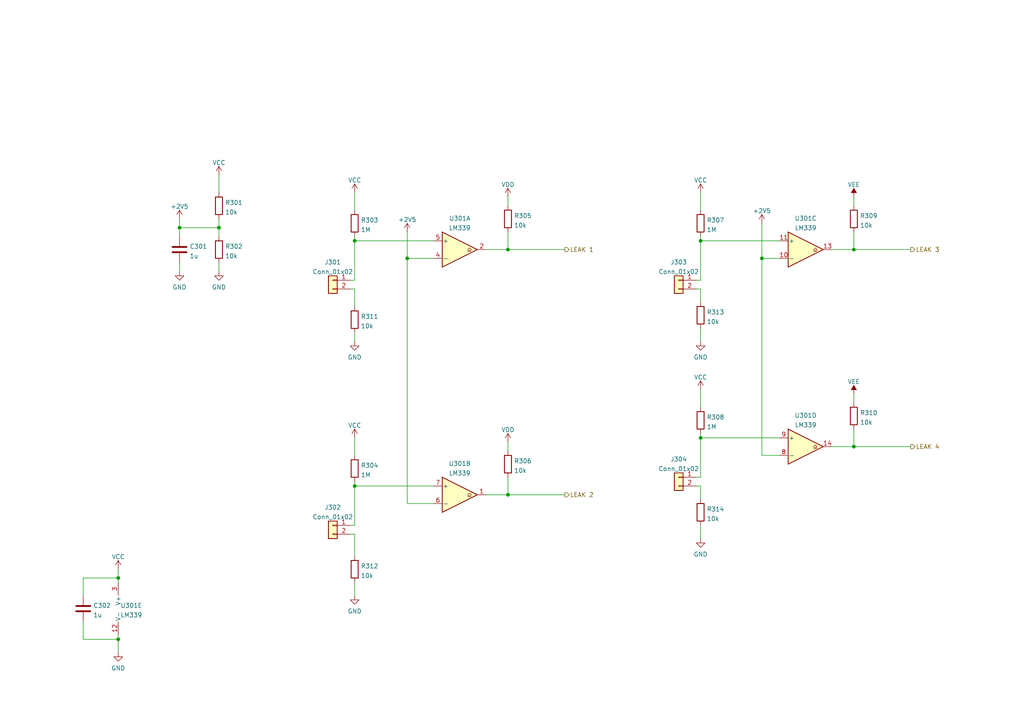
<source format=kicad_sch>
(kicad_sch (version 20211123) (generator eeschema)

  (uuid 641a492f-11a7-4202-80bf-b4dc482ddcc9)

  (paper "A4")

  (lib_symbols
    (symbol "Comparator:LM339" (pin_names (offset 0.127)) (in_bom yes) (on_board yes)
      (property "Reference" "U" (id 0) (at 0 5.08 0)
        (effects (font (size 1.27 1.27)) (justify left))
      )
      (property "Value" "LM339" (id 1) (at 0 -5.08 0)
        (effects (font (size 1.27 1.27)) (justify left))
      )
      (property "Footprint" "" (id 2) (at -1.27 2.54 0)
        (effects (font (size 1.27 1.27)) hide)
      )
      (property "Datasheet" "https://www.st.com/resource/en/datasheet/lm139.pdf" (id 3) (at 1.27 5.08 0)
        (effects (font (size 1.27 1.27)) hide)
      )
      (property "ki_locked" "" (id 4) (at 0 0 0)
        (effects (font (size 1.27 1.27)))
      )
      (property "ki_keywords" "cmp open collector" (id 5) (at 0 0 0)
        (effects (font (size 1.27 1.27)) hide)
      )
      (property "ki_description" "Quad Differential Comparators, SOIC-14/TSSOP-14" (id 6) (at 0 0 0)
        (effects (font (size 1.27 1.27)) hide)
      )
      (property "ki_fp_filters" "SOIC*3.9x8.7mm*P1.27mm* TSSOP*4.4x5mm*P0.65mm*" (id 7) (at 0 0 0)
        (effects (font (size 1.27 1.27)) hide)
      )
      (symbol "LM339_1_1"
        (polyline
          (pts
            (xy -5.08 5.08)
            (xy 5.08 0)
            (xy -5.08 -5.08)
            (xy -5.08 5.08)
          )
          (stroke (width 0.254) (type default) (color 0 0 0 0))
          (fill (type background))
        )
        (polyline
          (pts
            (xy 3.302 -0.508)
            (xy 2.794 -0.508)
            (xy 3.302 0)
            (xy 2.794 0.508)
            (xy 2.286 0)
            (xy 2.794 -0.508)
            (xy 2.286 -0.508)
          )
          (stroke (width 0.127) (type default) (color 0 0 0 0))
          (fill (type none))
        )
        (pin open_collector line (at 7.62 0 180) (length 2.54)
          (name "~" (effects (font (size 1.27 1.27))))
          (number "2" (effects (font (size 1.27 1.27))))
        )
        (pin input line (at -7.62 -2.54 0) (length 2.54)
          (name "-" (effects (font (size 1.27 1.27))))
          (number "4" (effects (font (size 1.27 1.27))))
        )
        (pin input line (at -7.62 2.54 0) (length 2.54)
          (name "+" (effects (font (size 1.27 1.27))))
          (number "5" (effects (font (size 1.27 1.27))))
        )
      )
      (symbol "LM339_2_1"
        (polyline
          (pts
            (xy -5.08 5.08)
            (xy 5.08 0)
            (xy -5.08 -5.08)
            (xy -5.08 5.08)
          )
          (stroke (width 0.254) (type default) (color 0 0 0 0))
          (fill (type background))
        )
        (polyline
          (pts
            (xy 3.302 -0.508)
            (xy 2.794 -0.508)
            (xy 3.302 0)
            (xy 2.794 0.508)
            (xy 2.286 0)
            (xy 2.794 -0.508)
            (xy 2.286 -0.508)
          )
          (stroke (width 0.127) (type default) (color 0 0 0 0))
          (fill (type none))
        )
        (pin open_collector line (at 7.62 0 180) (length 2.54)
          (name "~" (effects (font (size 1.27 1.27))))
          (number "1" (effects (font (size 1.27 1.27))))
        )
        (pin input line (at -7.62 -2.54 0) (length 2.54)
          (name "-" (effects (font (size 1.27 1.27))))
          (number "6" (effects (font (size 1.27 1.27))))
        )
        (pin input line (at -7.62 2.54 0) (length 2.54)
          (name "+" (effects (font (size 1.27 1.27))))
          (number "7" (effects (font (size 1.27 1.27))))
        )
      )
      (symbol "LM339_3_1"
        (polyline
          (pts
            (xy -5.08 5.08)
            (xy 5.08 0)
            (xy -5.08 -5.08)
            (xy -5.08 5.08)
          )
          (stroke (width 0.254) (type default) (color 0 0 0 0))
          (fill (type background))
        )
        (polyline
          (pts
            (xy 3.302 -0.508)
            (xy 2.794 -0.508)
            (xy 3.302 0)
            (xy 2.794 0.508)
            (xy 2.286 0)
            (xy 2.794 -0.508)
            (xy 2.286 -0.508)
          )
          (stroke (width 0.127) (type default) (color 0 0 0 0))
          (fill (type none))
        )
        (pin input line (at -7.62 -2.54 0) (length 2.54)
          (name "-" (effects (font (size 1.27 1.27))))
          (number "10" (effects (font (size 1.27 1.27))))
        )
        (pin input line (at -7.62 2.54 0) (length 2.54)
          (name "+" (effects (font (size 1.27 1.27))))
          (number "11" (effects (font (size 1.27 1.27))))
        )
        (pin open_collector line (at 7.62 0 180) (length 2.54)
          (name "~" (effects (font (size 1.27 1.27))))
          (number "13" (effects (font (size 1.27 1.27))))
        )
      )
      (symbol "LM339_4_1"
        (polyline
          (pts
            (xy -5.08 5.08)
            (xy 5.08 0)
            (xy -5.08 -5.08)
            (xy -5.08 5.08)
          )
          (stroke (width 0.254) (type default) (color 0 0 0 0))
          (fill (type background))
        )
        (polyline
          (pts
            (xy 3.302 -0.508)
            (xy 2.794 -0.508)
            (xy 3.302 0)
            (xy 2.794 0.508)
            (xy 2.286 0)
            (xy 2.794 -0.508)
            (xy 2.286 -0.508)
          )
          (stroke (width 0.127) (type default) (color 0 0 0 0))
          (fill (type none))
        )
        (pin open_collector line (at 7.62 0 180) (length 2.54)
          (name "~" (effects (font (size 1.27 1.27))))
          (number "14" (effects (font (size 1.27 1.27))))
        )
        (pin input line (at -7.62 -2.54 0) (length 2.54)
          (name "-" (effects (font (size 1.27 1.27))))
          (number "8" (effects (font (size 1.27 1.27))))
        )
        (pin input line (at -7.62 2.54 0) (length 2.54)
          (name "+" (effects (font (size 1.27 1.27))))
          (number "9" (effects (font (size 1.27 1.27))))
        )
      )
      (symbol "LM339_5_1"
        (pin power_in line (at -2.54 -7.62 90) (length 3.81)
          (name "V-" (effects (font (size 1.27 1.27))))
          (number "12" (effects (font (size 1.27 1.27))))
        )
        (pin power_in line (at -2.54 7.62 270) (length 3.81)
          (name "V+" (effects (font (size 1.27 1.27))))
          (number "3" (effects (font (size 1.27 1.27))))
        )
      )
    )
    (symbol "Connector_Generic:Conn_01x02" (pin_names (offset 1.016) hide) (in_bom yes) (on_board yes)
      (property "Reference" "J" (id 0) (at 0 2.54 0)
        (effects (font (size 1.27 1.27)))
      )
      (property "Value" "Conn_01x02" (id 1) (at 0 -5.08 0)
        (effects (font (size 1.27 1.27)))
      )
      (property "Footprint" "" (id 2) (at 0 0 0)
        (effects (font (size 1.27 1.27)) hide)
      )
      (property "Datasheet" "~" (id 3) (at 0 0 0)
        (effects (font (size 1.27 1.27)) hide)
      )
      (property "ki_keywords" "connector" (id 4) (at 0 0 0)
        (effects (font (size 1.27 1.27)) hide)
      )
      (property "ki_description" "Generic connector, single row, 01x02, script generated (kicad-library-utils/schlib/autogen/connector/)" (id 5) (at 0 0 0)
        (effects (font (size 1.27 1.27)) hide)
      )
      (property "ki_fp_filters" "Connector*:*_1x??_*" (id 6) (at 0 0 0)
        (effects (font (size 1.27 1.27)) hide)
      )
      (symbol "Conn_01x02_1_1"
        (rectangle (start -1.27 -2.413) (end 0 -2.667)
          (stroke (width 0.1524) (type default) (color 0 0 0 0))
          (fill (type none))
        )
        (rectangle (start -1.27 0.127) (end 0 -0.127)
          (stroke (width 0.1524) (type default) (color 0 0 0 0))
          (fill (type none))
        )
        (rectangle (start -1.27 1.27) (end 1.27 -3.81)
          (stroke (width 0.254) (type default) (color 0 0 0 0))
          (fill (type background))
        )
        (pin passive line (at -5.08 0 0) (length 3.81)
          (name "Pin_1" (effects (font (size 1.27 1.27))))
          (number "1" (effects (font (size 1.27 1.27))))
        )
        (pin passive line (at -5.08 -2.54 0) (length 3.81)
          (name "Pin_2" (effects (font (size 1.27 1.27))))
          (number "2" (effects (font (size 1.27 1.27))))
        )
      )
    )
    (symbol "Device:C" (pin_numbers hide) (pin_names (offset 0.254)) (in_bom yes) (on_board yes)
      (property "Reference" "C" (id 0) (at 0.635 2.54 0)
        (effects (font (size 1.27 1.27)) (justify left))
      )
      (property "Value" "C" (id 1) (at 0.635 -2.54 0)
        (effects (font (size 1.27 1.27)) (justify left))
      )
      (property "Footprint" "" (id 2) (at 0.9652 -3.81 0)
        (effects (font (size 1.27 1.27)) hide)
      )
      (property "Datasheet" "~" (id 3) (at 0 0 0)
        (effects (font (size 1.27 1.27)) hide)
      )
      (property "ki_keywords" "cap capacitor" (id 4) (at 0 0 0)
        (effects (font (size 1.27 1.27)) hide)
      )
      (property "ki_description" "Unpolarized capacitor" (id 5) (at 0 0 0)
        (effects (font (size 1.27 1.27)) hide)
      )
      (property "ki_fp_filters" "C_*" (id 6) (at 0 0 0)
        (effects (font (size 1.27 1.27)) hide)
      )
      (symbol "C_0_1"
        (polyline
          (pts
            (xy -2.032 -0.762)
            (xy 2.032 -0.762)
          )
          (stroke (width 0.508) (type default) (color 0 0 0 0))
          (fill (type none))
        )
        (polyline
          (pts
            (xy -2.032 0.762)
            (xy 2.032 0.762)
          )
          (stroke (width 0.508) (type default) (color 0 0 0 0))
          (fill (type none))
        )
      )
      (symbol "C_1_1"
        (pin passive line (at 0 3.81 270) (length 2.794)
          (name "~" (effects (font (size 1.27 1.27))))
          (number "1" (effects (font (size 1.27 1.27))))
        )
        (pin passive line (at 0 -3.81 90) (length 2.794)
          (name "~" (effects (font (size 1.27 1.27))))
          (number "2" (effects (font (size 1.27 1.27))))
        )
      )
    )
    (symbol "Device:R" (pin_numbers hide) (pin_names (offset 0)) (in_bom yes) (on_board yes)
      (property "Reference" "R" (id 0) (at 2.032 0 90)
        (effects (font (size 1.27 1.27)))
      )
      (property "Value" "R" (id 1) (at 0 0 90)
        (effects (font (size 1.27 1.27)))
      )
      (property "Footprint" "" (id 2) (at -1.778 0 90)
        (effects (font (size 1.27 1.27)) hide)
      )
      (property "Datasheet" "~" (id 3) (at 0 0 0)
        (effects (font (size 1.27 1.27)) hide)
      )
      (property "ki_keywords" "R res resistor" (id 4) (at 0 0 0)
        (effects (font (size 1.27 1.27)) hide)
      )
      (property "ki_description" "Resistor" (id 5) (at 0 0 0)
        (effects (font (size 1.27 1.27)) hide)
      )
      (property "ki_fp_filters" "R_*" (id 6) (at 0 0 0)
        (effects (font (size 1.27 1.27)) hide)
      )
      (symbol "R_0_1"
        (rectangle (start -1.016 -2.54) (end 1.016 2.54)
          (stroke (width 0.254) (type default) (color 0 0 0 0))
          (fill (type none))
        )
      )
      (symbol "R_1_1"
        (pin passive line (at 0 3.81 270) (length 1.27)
          (name "~" (effects (font (size 1.27 1.27))))
          (number "1" (effects (font (size 1.27 1.27))))
        )
        (pin passive line (at 0 -3.81 90) (length 1.27)
          (name "~" (effects (font (size 1.27 1.27))))
          (number "2" (effects (font (size 1.27 1.27))))
        )
      )
    )
    (symbol "power:+2V5" (power) (pin_names (offset 0)) (in_bom yes) (on_board yes)
      (property "Reference" "#PWR" (id 0) (at 0 -3.81 0)
        (effects (font (size 1.27 1.27)) hide)
      )
      (property "Value" "+2V5" (id 1) (at 0 3.556 0)
        (effects (font (size 1.27 1.27)))
      )
      (property "Footprint" "" (id 2) (at 0 0 0)
        (effects (font (size 1.27 1.27)) hide)
      )
      (property "Datasheet" "" (id 3) (at 0 0 0)
        (effects (font (size 1.27 1.27)) hide)
      )
      (property "ki_keywords" "power-flag" (id 4) (at 0 0 0)
        (effects (font (size 1.27 1.27)) hide)
      )
      (property "ki_description" "Power symbol creates a global label with name \"+2V5\"" (id 5) (at 0 0 0)
        (effects (font (size 1.27 1.27)) hide)
      )
      (symbol "+2V5_0_1"
        (polyline
          (pts
            (xy -0.762 1.27)
            (xy 0 2.54)
          )
          (stroke (width 0) (type default) (color 0 0 0 0))
          (fill (type none))
        )
        (polyline
          (pts
            (xy 0 0)
            (xy 0 2.54)
          )
          (stroke (width 0) (type default) (color 0 0 0 0))
          (fill (type none))
        )
        (polyline
          (pts
            (xy 0 2.54)
            (xy 0.762 1.27)
          )
          (stroke (width 0) (type default) (color 0 0 0 0))
          (fill (type none))
        )
      )
      (symbol "+2V5_1_1"
        (pin power_in line (at 0 0 90) (length 0) hide
          (name "+2V5" (effects (font (size 1.27 1.27))))
          (number "1" (effects (font (size 1.27 1.27))))
        )
      )
    )
    (symbol "power:GND" (power) (pin_names (offset 0)) (in_bom yes) (on_board yes)
      (property "Reference" "#PWR" (id 0) (at 0 -6.35 0)
        (effects (font (size 1.27 1.27)) hide)
      )
      (property "Value" "GND" (id 1) (at 0 -3.81 0)
        (effects (font (size 1.27 1.27)))
      )
      (property "Footprint" "" (id 2) (at 0 0 0)
        (effects (font (size 1.27 1.27)) hide)
      )
      (property "Datasheet" "" (id 3) (at 0 0 0)
        (effects (font (size 1.27 1.27)) hide)
      )
      (property "ki_keywords" "power-flag" (id 4) (at 0 0 0)
        (effects (font (size 1.27 1.27)) hide)
      )
      (property "ki_description" "Power symbol creates a global label with name \"GND\" , ground" (id 5) (at 0 0 0)
        (effects (font (size 1.27 1.27)) hide)
      )
      (symbol "GND_0_1"
        (polyline
          (pts
            (xy 0 0)
            (xy 0 -1.27)
            (xy 1.27 -1.27)
            (xy 0 -2.54)
            (xy -1.27 -1.27)
            (xy 0 -1.27)
          )
          (stroke (width 0) (type default) (color 0 0 0 0))
          (fill (type none))
        )
      )
      (symbol "GND_1_1"
        (pin power_in line (at 0 0 270) (length 0) hide
          (name "GND" (effects (font (size 1.27 1.27))))
          (number "1" (effects (font (size 1.27 1.27))))
        )
      )
    )
    (symbol "power:VCC" (power) (pin_names (offset 0)) (in_bom yes) (on_board yes)
      (property "Reference" "#PWR" (id 0) (at 0 -3.81 0)
        (effects (font (size 1.27 1.27)) hide)
      )
      (property "Value" "VCC" (id 1) (at 0 3.81 0)
        (effects (font (size 1.27 1.27)))
      )
      (property "Footprint" "" (id 2) (at 0 0 0)
        (effects (font (size 1.27 1.27)) hide)
      )
      (property "Datasheet" "" (id 3) (at 0 0 0)
        (effects (font (size 1.27 1.27)) hide)
      )
      (property "ki_keywords" "power-flag" (id 4) (at 0 0 0)
        (effects (font (size 1.27 1.27)) hide)
      )
      (property "ki_description" "Power symbol creates a global label with name \"VCC\"" (id 5) (at 0 0 0)
        (effects (font (size 1.27 1.27)) hide)
      )
      (symbol "VCC_0_1"
        (polyline
          (pts
            (xy -0.762 1.27)
            (xy 0 2.54)
          )
          (stroke (width 0) (type default) (color 0 0 0 0))
          (fill (type none))
        )
        (polyline
          (pts
            (xy 0 0)
            (xy 0 2.54)
          )
          (stroke (width 0) (type default) (color 0 0 0 0))
          (fill (type none))
        )
        (polyline
          (pts
            (xy 0 2.54)
            (xy 0.762 1.27)
          )
          (stroke (width 0) (type default) (color 0 0 0 0))
          (fill (type none))
        )
      )
      (symbol "VCC_1_1"
        (pin power_in line (at 0 0 90) (length 0) hide
          (name "VCC" (effects (font (size 1.27 1.27))))
          (number "1" (effects (font (size 1.27 1.27))))
        )
      )
    )
    (symbol "power:VDD" (power) (pin_names (offset 0)) (in_bom yes) (on_board yes)
      (property "Reference" "#PWR" (id 0) (at 0 -3.81 0)
        (effects (font (size 1.27 1.27)) hide)
      )
      (property "Value" "VDD" (id 1) (at 0 3.81 0)
        (effects (font (size 1.27 1.27)))
      )
      (property "Footprint" "" (id 2) (at 0 0 0)
        (effects (font (size 1.27 1.27)) hide)
      )
      (property "Datasheet" "" (id 3) (at 0 0 0)
        (effects (font (size 1.27 1.27)) hide)
      )
      (property "ki_keywords" "power-flag" (id 4) (at 0 0 0)
        (effects (font (size 1.27 1.27)) hide)
      )
      (property "ki_description" "Power symbol creates a global label with name \"VDD\"" (id 5) (at 0 0 0)
        (effects (font (size 1.27 1.27)) hide)
      )
      (symbol "VDD_0_1"
        (polyline
          (pts
            (xy -0.762 1.27)
            (xy 0 2.54)
          )
          (stroke (width 0) (type default) (color 0 0 0 0))
          (fill (type none))
        )
        (polyline
          (pts
            (xy 0 0)
            (xy 0 2.54)
          )
          (stroke (width 0) (type default) (color 0 0 0 0))
          (fill (type none))
        )
        (polyline
          (pts
            (xy 0 2.54)
            (xy 0.762 1.27)
          )
          (stroke (width 0) (type default) (color 0 0 0 0))
          (fill (type none))
        )
      )
      (symbol "VDD_1_1"
        (pin power_in line (at 0 0 90) (length 0) hide
          (name "VDD" (effects (font (size 1.27 1.27))))
          (number "1" (effects (font (size 1.27 1.27))))
        )
      )
    )
    (symbol "power:VEE" (power) (pin_names (offset 0)) (in_bom yes) (on_board yes)
      (property "Reference" "#PWR" (id 0) (at 0 -3.81 0)
        (effects (font (size 1.27 1.27)) hide)
      )
      (property "Value" "VEE" (id 1) (at 0 3.81 0)
        (effects (font (size 1.27 1.27)))
      )
      (property "Footprint" "" (id 2) (at 0 0 0)
        (effects (font (size 1.27 1.27)) hide)
      )
      (property "Datasheet" "" (id 3) (at 0 0 0)
        (effects (font (size 1.27 1.27)) hide)
      )
      (property "ki_keywords" "power-flag" (id 4) (at 0 0 0)
        (effects (font (size 1.27 1.27)) hide)
      )
      (property "ki_description" "Power symbol creates a global label with name \"VEE\"" (id 5) (at 0 0 0)
        (effects (font (size 1.27 1.27)) hide)
      )
      (symbol "VEE_0_1"
        (polyline
          (pts
            (xy 0 0)
            (xy 0 2.54)
          )
          (stroke (width 0) (type default) (color 0 0 0 0))
          (fill (type none))
        )
        (polyline
          (pts
            (xy 0.762 1.27)
            (xy -0.762 1.27)
            (xy 0 2.54)
            (xy 0.762 1.27)
          )
          (stroke (width 0) (type default) (color 0 0 0 0))
          (fill (type outline))
        )
      )
      (symbol "VEE_1_1"
        (pin power_in line (at 0 0 90) (length 0) hide
          (name "VEE" (effects (font (size 1.27 1.27))))
          (number "1" (effects (font (size 1.27 1.27))))
        )
      )
    )
  )

  (junction (at 102.87 69.85) (diameter 0) (color 0 0 0 0)
    (uuid 1ac9102d-9b19-469f-a56a-99b592ecb843)
  )
  (junction (at 34.29 167.64) (diameter 0) (color 0 0 0 0)
    (uuid 1bc3931b-bd39-4278-896b-cfb5f3f40a02)
  )
  (junction (at 118.11 74.93) (diameter 0) (color 0 0 0 0)
    (uuid 215ab3fb-97ab-4140-a96b-9309d611921e)
  )
  (junction (at 102.87 140.97) (diameter 0) (color 0 0 0 0)
    (uuid 6105a736-ef32-44de-b0b0-5909b7a241b8)
  )
  (junction (at 147.32 72.39) (diameter 0) (color 0 0 0 0)
    (uuid 61d9db0b-3860-4611-a653-2616ef475bce)
  )
  (junction (at 52.07 66.04) (diameter 0) (color 0 0 0 0)
    (uuid 695d39fa-e01a-4b86-83eb-ada5f132b21a)
  )
  (junction (at 147.32 143.51) (diameter 0) (color 0 0 0 0)
    (uuid 70e766bc-6975-4f65-b199-399007cf688f)
  )
  (junction (at 220.98 74.93) (diameter 0) (color 0 0 0 0)
    (uuid 75442366-ee99-47d8-b985-4bc88ffd1ff0)
  )
  (junction (at 247.65 129.54) (diameter 0) (color 0 0 0 0)
    (uuid 87fc022f-f192-4453-94b2-e638442fa87e)
  )
  (junction (at 247.65 72.39) (diameter 0) (color 0 0 0 0)
    (uuid a39c9d1d-4a1e-49e0-b1f2-3ae28a74ad61)
  )
  (junction (at 34.29 185.42) (diameter 0) (color 0 0 0 0)
    (uuid acd9e0e1-5987-46a4-8a40-d6317a48aa6a)
  )
  (junction (at 63.5 66.04) (diameter 0) (color 0 0 0 0)
    (uuid b07993b5-68b1-44a9-ac4c-151e46f54713)
  )
  (junction (at 203.2 127) (diameter 0) (color 0 0 0 0)
    (uuid c9fa9b28-c216-40a9-968b-14c2eb18451f)
  )
  (junction (at 203.2 69.85) (diameter 0) (color 0 0 0 0)
    (uuid feeb49bb-bf80-48c3-bc0a-5e2a6a6cf3a7)
  )

  (wire (pts (xy 147.32 57.15) (xy 147.32 59.69))
    (stroke (width 0) (type default) (color 0 0 0 0))
    (uuid 03013d7c-5490-44d6-a115-e2a2944db704)
  )
  (wire (pts (xy 101.6 154.94) (xy 102.87 154.94))
    (stroke (width 0) (type default) (color 0 0 0 0))
    (uuid 0469a876-bd41-481d-8403-8cbde9a7cbe4)
  )
  (wire (pts (xy 52.07 66.04) (xy 52.07 68.58))
    (stroke (width 0) (type default) (color 0 0 0 0))
    (uuid 06e3b8af-bc0b-46aa-a6f1-6c9c91544d30)
  )
  (wire (pts (xy 102.87 55.88) (xy 102.87 60.96))
    (stroke (width 0) (type default) (color 0 0 0 0))
    (uuid 0b583d69-5bf7-4c2f-afae-12c2b8b39dfa)
  )
  (wire (pts (xy 247.65 114.3) (xy 247.65 116.84))
    (stroke (width 0) (type default) (color 0 0 0 0))
    (uuid 0e707183-c2e9-479c-9677-bd3204fb403d)
  )
  (wire (pts (xy 226.06 69.85) (xy 203.2 69.85))
    (stroke (width 0) (type default) (color 0 0 0 0))
    (uuid 0ebd9c0f-86f0-4253-950c-df605ef975dd)
  )
  (wire (pts (xy 63.5 76.2) (xy 63.5 78.74))
    (stroke (width 0) (type default) (color 0 0 0 0))
    (uuid 1741a73b-cad3-4dcc-85f4-e54c890a7fa7)
  )
  (wire (pts (xy 52.07 63.5) (xy 52.07 66.04))
    (stroke (width 0) (type default) (color 0 0 0 0))
    (uuid 1a8e4a6e-8a93-4c3e-a23a-52d138819a75)
  )
  (wire (pts (xy 34.29 165.1) (xy 34.29 167.64))
    (stroke (width 0) (type default) (color 0 0 0 0))
    (uuid 1b03977b-b287-49f3-8470-2674d4ff1e73)
  )
  (wire (pts (xy 203.2 140.97) (xy 203.2 144.78))
    (stroke (width 0) (type default) (color 0 0 0 0))
    (uuid 1f0f5aee-962d-4e7c-838f-9e7aba5b00bb)
  )
  (wire (pts (xy 201.93 83.82) (xy 203.2 83.82))
    (stroke (width 0) (type default) (color 0 0 0 0))
    (uuid 211983da-5c03-4e4c-a988-c7261adc090c)
  )
  (wire (pts (xy 125.73 74.93) (xy 118.11 74.93))
    (stroke (width 0) (type default) (color 0 0 0 0))
    (uuid 22697027-7aef-41c9-8144-5d9106172278)
  )
  (wire (pts (xy 247.65 72.39) (xy 264.16 72.39))
    (stroke (width 0) (type default) (color 0 0 0 0))
    (uuid 29e2f69c-f85e-4e82-b061-bf28ed30bc05)
  )
  (wire (pts (xy 203.2 95.25) (xy 203.2 99.06))
    (stroke (width 0) (type default) (color 0 0 0 0))
    (uuid 33e5fe7d-7ff2-46bb-b50d-54b926e3eea3)
  )
  (wire (pts (xy 147.32 143.51) (xy 163.83 143.51))
    (stroke (width 0) (type default) (color 0 0 0 0))
    (uuid 3423f0fe-af62-4d91-9148-bb30d2f06a75)
  )
  (wire (pts (xy 247.65 57.15) (xy 247.65 59.69))
    (stroke (width 0) (type default) (color 0 0 0 0))
    (uuid 354cc8de-b09f-4d84-93a4-6bfc45477a1d)
  )
  (wire (pts (xy 147.32 128.27) (xy 147.32 130.81))
    (stroke (width 0) (type default) (color 0 0 0 0))
    (uuid 38c28ad4-636c-40b1-be0b-f16a9b3210cf)
  )
  (wire (pts (xy 241.3 129.54) (xy 247.65 129.54))
    (stroke (width 0) (type default) (color 0 0 0 0))
    (uuid 3fa0d243-100b-4a43-b9a1-68bb6d2f7285)
  )
  (wire (pts (xy 226.06 127) (xy 203.2 127))
    (stroke (width 0) (type default) (color 0 0 0 0))
    (uuid 402ef848-f09f-426d-8703-5c85affc0e51)
  )
  (wire (pts (xy 203.2 83.82) (xy 203.2 87.63))
    (stroke (width 0) (type default) (color 0 0 0 0))
    (uuid 45af5322-7ed9-4701-a042-76687c07e195)
  )
  (wire (pts (xy 203.2 152.4) (xy 203.2 156.21))
    (stroke (width 0) (type default) (color 0 0 0 0))
    (uuid 49470889-9d0a-46b3-9b7e-8cdd6053918d)
  )
  (wire (pts (xy 52.07 66.04) (xy 63.5 66.04))
    (stroke (width 0) (type default) (color 0 0 0 0))
    (uuid 4d28f135-bfbc-4246-b629-a1df91eba2d0)
  )
  (wire (pts (xy 125.73 69.85) (xy 102.87 69.85))
    (stroke (width 0) (type default) (color 0 0 0 0))
    (uuid 4fbd5ed0-353f-4dee-94f0-30d32d24f536)
  )
  (wire (pts (xy 63.5 50.8) (xy 63.5 55.88))
    (stroke (width 0) (type default) (color 0 0 0 0))
    (uuid 50e765da-2eee-4728-834b-9a0b4e667a63)
  )
  (wire (pts (xy 220.98 74.93) (xy 220.98 132.08))
    (stroke (width 0) (type default) (color 0 0 0 0))
    (uuid 547f6078-b235-4bff-9ff0-d600f77e539b)
  )
  (wire (pts (xy 220.98 64.77) (xy 220.98 74.93))
    (stroke (width 0) (type default) (color 0 0 0 0))
    (uuid 58604e89-836b-47ab-a2d4-27875b275a4f)
  )
  (wire (pts (xy 63.5 63.5) (xy 63.5 66.04))
    (stroke (width 0) (type default) (color 0 0 0 0))
    (uuid 62a0f226-1970-4039-a0c2-cbf06b9dc390)
  )
  (wire (pts (xy 102.87 168.91) (xy 102.87 172.72))
    (stroke (width 0) (type default) (color 0 0 0 0))
    (uuid 63096d75-6860-4e3b-915e-047f9d12b654)
  )
  (wire (pts (xy 34.29 184.15) (xy 34.29 185.42))
    (stroke (width 0) (type default) (color 0 0 0 0))
    (uuid 6593788e-673f-48a4-9ba9-ff7c917904b1)
  )
  (wire (pts (xy 24.13 172.72) (xy 24.13 167.64))
    (stroke (width 0) (type default) (color 0 0 0 0))
    (uuid 6b570a93-b490-4239-9c18-ad48e4fc6eaa)
  )
  (wire (pts (xy 220.98 74.93) (xy 226.06 74.93))
    (stroke (width 0) (type default) (color 0 0 0 0))
    (uuid 7166a756-2c76-484e-a336-bfe9564080c0)
  )
  (wire (pts (xy 147.32 72.39) (xy 163.83 72.39))
    (stroke (width 0) (type default) (color 0 0 0 0))
    (uuid 724ba385-43d3-41ad-99aa-2639f276a49f)
  )
  (wire (pts (xy 241.3 72.39) (xy 247.65 72.39))
    (stroke (width 0) (type default) (color 0 0 0 0))
    (uuid 74e83489-7d69-4426-821b-8e6f59b474ce)
  )
  (wire (pts (xy 203.2 127) (xy 203.2 138.43))
    (stroke (width 0) (type default) (color 0 0 0 0))
    (uuid 7790a7f6-eab8-4c72-9b9c-c5a10105e2fd)
  )
  (wire (pts (xy 52.07 76.2) (xy 52.07 78.74))
    (stroke (width 0) (type default) (color 0 0 0 0))
    (uuid 79bd237f-7e75-4a64-84de-039d2c88e408)
  )
  (wire (pts (xy 24.13 180.34) (xy 24.13 185.42))
    (stroke (width 0) (type default) (color 0 0 0 0))
    (uuid 7ad6aad6-c5f3-4ae9-9c7b-7da683a9a342)
  )
  (wire (pts (xy 101.6 152.4) (xy 102.87 152.4))
    (stroke (width 0) (type default) (color 0 0 0 0))
    (uuid 7b736cd9-2e0a-444a-9ded-0d65585091b3)
  )
  (wire (pts (xy 63.5 66.04) (xy 63.5 68.58))
    (stroke (width 0) (type default) (color 0 0 0 0))
    (uuid 7c1a888f-f0af-4b8e-8a9b-80f94b33e2e2)
  )
  (wire (pts (xy 102.87 139.7) (xy 102.87 140.97))
    (stroke (width 0) (type default) (color 0 0 0 0))
    (uuid 8334e86c-d061-4ec2-875d-996a471c4531)
  )
  (wire (pts (xy 101.6 83.82) (xy 102.87 83.82))
    (stroke (width 0) (type default) (color 0 0 0 0))
    (uuid 851cfb43-c4ce-4e71-bf0f-3851fce76472)
  )
  (wire (pts (xy 247.65 72.39) (xy 247.65 67.31))
    (stroke (width 0) (type default) (color 0 0 0 0))
    (uuid 940525d1-1fd3-4b16-9b47-b721a4790897)
  )
  (wire (pts (xy 102.87 69.85) (xy 102.87 81.28))
    (stroke (width 0) (type default) (color 0 0 0 0))
    (uuid 9ef860c0-0d41-4787-9b82-347f1d6e4ce7)
  )
  (wire (pts (xy 125.73 146.05) (xy 118.11 146.05))
    (stroke (width 0) (type default) (color 0 0 0 0))
    (uuid a7f755c0-714e-4068-9bf8-9840ddcca1a0)
  )
  (wire (pts (xy 220.98 132.08) (xy 226.06 132.08))
    (stroke (width 0) (type default) (color 0 0 0 0))
    (uuid a8f3ab26-362a-4916-abea-72e0e5a3da71)
  )
  (wire (pts (xy 102.87 154.94) (xy 102.87 161.29))
    (stroke (width 0) (type default) (color 0 0 0 0))
    (uuid addb9d06-3e79-4ee2-9fb3-2da3fc0e04a0)
  )
  (wire (pts (xy 201.93 138.43) (xy 203.2 138.43))
    (stroke (width 0) (type default) (color 0 0 0 0))
    (uuid aeb4440f-048a-46df-9864-da9ff385324f)
  )
  (wire (pts (xy 203.2 69.85) (xy 203.2 81.28))
    (stroke (width 0) (type default) (color 0 0 0 0))
    (uuid bb373990-5109-43fc-8e9f-b7fb8ebd1e11)
  )
  (wire (pts (xy 203.2 55.88) (xy 203.2 60.96))
    (stroke (width 0) (type default) (color 0 0 0 0))
    (uuid bd0941eb-4727-44b8-a9ba-8c1acf869787)
  )
  (wire (pts (xy 147.32 143.51) (xy 147.32 138.43))
    (stroke (width 0) (type default) (color 0 0 0 0))
    (uuid c181cc2a-f4c2-4899-9878-004fb1d31cdc)
  )
  (wire (pts (xy 203.2 113.03) (xy 203.2 118.11))
    (stroke (width 0) (type default) (color 0 0 0 0))
    (uuid c4043bc2-560d-4b2b-a700-6fbd958d1ddc)
  )
  (wire (pts (xy 102.87 140.97) (xy 102.87 152.4))
    (stroke (width 0) (type default) (color 0 0 0 0))
    (uuid c66d79a7-2518-4c64-a56f-bfac19712137)
  )
  (wire (pts (xy 34.29 185.42) (xy 34.29 189.23))
    (stroke (width 0) (type default) (color 0 0 0 0))
    (uuid cb9d1ffe-c04d-41a9-81fc-fc10acb8361a)
  )
  (wire (pts (xy 118.11 74.93) (xy 118.11 67.31))
    (stroke (width 0) (type default) (color 0 0 0 0))
    (uuid cb9e99f7-49c0-4822-912b-fff9a482c8e4)
  )
  (wire (pts (xy 247.65 129.54) (xy 264.16 129.54))
    (stroke (width 0) (type default) (color 0 0 0 0))
    (uuid ce810020-7174-4441-909e-9bda99559789)
  )
  (wire (pts (xy 203.2 127) (xy 203.2 125.73))
    (stroke (width 0) (type default) (color 0 0 0 0))
    (uuid d325eb2f-4080-4dbe-a963-a6471f446526)
  )
  (wire (pts (xy 201.93 81.28) (xy 203.2 81.28))
    (stroke (width 0) (type default) (color 0 0 0 0))
    (uuid d35af60a-2dbb-4235-8447-dccd62ac38e5)
  )
  (wire (pts (xy 118.11 74.93) (xy 118.11 146.05))
    (stroke (width 0) (type default) (color 0 0 0 0))
    (uuid d39ae776-d9c3-4dc2-a2a1-78be36dd9438)
  )
  (wire (pts (xy 24.13 167.64) (xy 34.29 167.64))
    (stroke (width 0) (type default) (color 0 0 0 0))
    (uuid d429f47d-b30e-400b-82f6-d3129e5c0f55)
  )
  (wire (pts (xy 140.97 143.51) (xy 147.32 143.51))
    (stroke (width 0) (type default) (color 0 0 0 0))
    (uuid d4f802ee-cf28-45bc-8bc0-bbc6dc12fceb)
  )
  (wire (pts (xy 102.87 69.85) (xy 102.87 68.58))
    (stroke (width 0) (type default) (color 0 0 0 0))
    (uuid db69d590-f944-4fbf-b7bb-6d2514a00b19)
  )
  (wire (pts (xy 125.73 140.97) (xy 102.87 140.97))
    (stroke (width 0) (type default) (color 0 0 0 0))
    (uuid dbaab9e1-e6b7-49fb-ad55-9440ed0cecf6)
  )
  (wire (pts (xy 140.97 72.39) (xy 147.32 72.39))
    (stroke (width 0) (type default) (color 0 0 0 0))
    (uuid dcb2ba2a-7fad-466f-9cce-4e890a6c8641)
  )
  (wire (pts (xy 247.65 129.54) (xy 247.65 124.46))
    (stroke (width 0) (type default) (color 0 0 0 0))
    (uuid de6ea41b-877b-40c6-b77d-1a41d2896a75)
  )
  (wire (pts (xy 102.87 96.52) (xy 102.87 99.06))
    (stroke (width 0) (type default) (color 0 0 0 0))
    (uuid df26df8c-0754-44d6-8352-e59aad105094)
  )
  (wire (pts (xy 203.2 69.85) (xy 203.2 68.58))
    (stroke (width 0) (type default) (color 0 0 0 0))
    (uuid e6e8b975-d146-42e2-b39d-be076ea98067)
  )
  (wire (pts (xy 101.6 81.28) (xy 102.87 81.28))
    (stroke (width 0) (type default) (color 0 0 0 0))
    (uuid e96e345e-7584-4b7d-8219-094c713e6338)
  )
  (wire (pts (xy 24.13 185.42) (xy 34.29 185.42))
    (stroke (width 0) (type default) (color 0 0 0 0))
    (uuid f32edb5f-43de-40f4-b387-a0519303d4a0)
  )
  (wire (pts (xy 147.32 72.39) (xy 147.32 67.31))
    (stroke (width 0) (type default) (color 0 0 0 0))
    (uuid f80341d8-6868-45ed-989d-4406aa40f0de)
  )
  (wire (pts (xy 34.29 167.64) (xy 34.29 168.91))
    (stroke (width 0) (type default) (color 0 0 0 0))
    (uuid fafd1ad3-25ab-478d-a831-bf4aa09d14bc)
  )
  (wire (pts (xy 102.87 127) (xy 102.87 132.08))
    (stroke (width 0) (type default) (color 0 0 0 0))
    (uuid fdc06dd5-8657-4193-83cd-7c3669f76857)
  )
  (wire (pts (xy 201.93 140.97) (xy 203.2 140.97))
    (stroke (width 0) (type default) (color 0 0 0 0))
    (uuid fed69ede-7478-4d9f-9d02-45ce79ebaf7e)
  )
  (wire (pts (xy 102.87 83.82) (xy 102.87 88.9))
    (stroke (width 0) (type default) (color 0 0 0 0))
    (uuid fff92361-c578-4903-8300-d0337064a896)
  )

  (hierarchical_label "LEAK 4" (shape output) (at 264.16 129.54 0)
    (effects (font (size 1.27 1.27)) (justify left))
    (uuid 30a6529e-331d-4a49-be35-2f3da457725d)
  )
  (hierarchical_label "LEAK 2" (shape output) (at 163.83 143.51 0)
    (effects (font (size 1.27 1.27)) (justify left))
    (uuid 5e583326-eadc-4a73-b64a-1f8b2e1c41b0)
  )
  (hierarchical_label "LEAK 1" (shape output) (at 163.83 72.39 0)
    (effects (font (size 1.27 1.27)) (justify left))
    (uuid 6fd6d036-4f2c-489e-9cbe-514ee3fd8c7d)
  )
  (hierarchical_label "LEAK 3" (shape output) (at 264.16 72.39 0)
    (effects (font (size 1.27 1.27)) (justify left))
    (uuid ea55b6a5-589c-40e3-8371-ac458af6b9bd)
  )

  (symbol (lib_id "Device:R") (at 102.87 92.71 0) (unit 1)
    (in_bom yes) (on_board yes) (fields_autoplaced)
    (uuid 0acbd858-c57d-47f8-a83f-96c9149cd485)
    (property "Reference" "R311" (id 0) (at 104.648 91.8015 0)
      (effects (font (size 1.27 1.27)) (justify left))
    )
    (property "Value" "10k" (id 1) (at 104.648 94.5766 0)
      (effects (font (size 1.27 1.27)) (justify left))
    )
    (property "Footprint" "Resistor_SMD:R_0603_1608Metric" (id 2) (at 101.092 92.71 90)
      (effects (font (size 1.27 1.27)) hide)
    )
    (property "Datasheet" "~" (id 3) (at 102.87 92.71 0)
      (effects (font (size 1.27 1.27)) hide)
    )
    (pin "1" (uuid c435715a-b7f9-43ee-9e8f-2d75639cc788))
    (pin "2" (uuid 9810bd03-97ea-4711-9249-08a7d00529d6))
  )

  (symbol (lib_id "power:GND") (at 63.5 78.74 0) (unit 1)
    (in_bom yes) (on_board yes) (fields_autoplaced)
    (uuid 0cbc1d21-48c1-4a49-ad20-854059b4dd09)
    (property "Reference" "#PWR0304" (id 0) (at 63.5 85.09 0)
      (effects (font (size 1.27 1.27)) hide)
    )
    (property "Value" "GND" (id 1) (at 63.5 83.3025 0))
    (property "Footprint" "" (id 2) (at 63.5 78.74 0)
      (effects (font (size 1.27 1.27)) hide)
    )
    (property "Datasheet" "" (id 3) (at 63.5 78.74 0)
      (effects (font (size 1.27 1.27)) hide)
    )
    (pin "1" (uuid 1f447422-168e-4679-af01-bc29f3fa2cb2))
  )

  (symbol (lib_id "Device:R") (at 247.65 120.65 0) (unit 1)
    (in_bom yes) (on_board yes) (fields_autoplaced)
    (uuid 1515cd29-c817-4f03-9949-532e38630e74)
    (property "Reference" "R310" (id 0) (at 249.428 119.7415 0)
      (effects (font (size 1.27 1.27)) (justify left))
    )
    (property "Value" "10k" (id 1) (at 249.428 122.5166 0)
      (effects (font (size 1.27 1.27)) (justify left))
    )
    (property "Footprint" "Resistor_SMD:R_0603_1608Metric" (id 2) (at 245.872 120.65 90)
      (effects (font (size 1.27 1.27)) hide)
    )
    (property "Datasheet" "~" (id 3) (at 247.65 120.65 0)
      (effects (font (size 1.27 1.27)) hide)
    )
    (pin "1" (uuid 6e202033-8038-430f-ba5e-dd3cb0590694))
    (pin "2" (uuid 5e0e604d-73c1-40d0-8412-34fc7c384789))
  )

  (symbol (lib_id "Device:R") (at 102.87 64.77 0) (unit 1)
    (in_bom yes) (on_board yes) (fields_autoplaced)
    (uuid 2a7f3f09-d937-44ba-847a-ca3b9dce60a6)
    (property "Reference" "R303" (id 0) (at 104.648 63.8615 0)
      (effects (font (size 1.27 1.27)) (justify left))
    )
    (property "Value" "1M" (id 1) (at 104.648 66.6366 0)
      (effects (font (size 1.27 1.27)) (justify left))
    )
    (property "Footprint" "Resistor_SMD:R_0603_1608Metric" (id 2) (at 101.092 64.77 90)
      (effects (font (size 1.27 1.27)) hide)
    )
    (property "Datasheet" "~" (id 3) (at 102.87 64.77 0)
      (effects (font (size 1.27 1.27)) hide)
    )
    (pin "1" (uuid e0c11606-0c6a-4776-b426-cb81852089d2))
    (pin "2" (uuid 9eb53ed4-4910-4e7e-b478-4f6d69d05050))
  )

  (symbol (lib_id "Comparator:LM339") (at 36.83 176.53 0) (unit 5)
    (in_bom yes) (on_board yes) (fields_autoplaced)
    (uuid 313b6e5c-a7d9-4eb7-a359-f104711c5b2d)
    (property "Reference" "U301" (id 0) (at 34.925 175.6215 0)
      (effects (font (size 1.27 1.27)) (justify left))
    )
    (property "Value" "LM339" (id 1) (at 34.925 178.3966 0)
      (effects (font (size 1.27 1.27)) (justify left))
    )
    (property "Footprint" "Package_SO:SOIC-14_3.9x8.7mm_P1.27mm" (id 2) (at 35.56 173.99 0)
      (effects (font (size 1.27 1.27)) hide)
    )
    (property "Datasheet" "https://www.st.com/resource/en/datasheet/lm139.pdf" (id 3) (at 38.1 171.45 0)
      (effects (font (size 1.27 1.27)) hide)
    )
    (pin "12" (uuid 343cdc23-9403-47f5-851d-6548afb83c56))
    (pin "3" (uuid b18f024a-becf-4c75-a446-ae85cba3a95c))
  )

  (symbol (lib_id "Device:R") (at 247.65 63.5 0) (unit 1)
    (in_bom yes) (on_board yes) (fields_autoplaced)
    (uuid 35f2ce86-00f7-40cc-bea8-b26d0c6d65aa)
    (property "Reference" "R309" (id 0) (at 249.428 62.5915 0)
      (effects (font (size 1.27 1.27)) (justify left))
    )
    (property "Value" "10k" (id 1) (at 249.428 65.3666 0)
      (effects (font (size 1.27 1.27)) (justify left))
    )
    (property "Footprint" "Resistor_SMD:R_0603_1608Metric" (id 2) (at 245.872 63.5 90)
      (effects (font (size 1.27 1.27)) hide)
    )
    (property "Datasheet" "~" (id 3) (at 247.65 63.5 0)
      (effects (font (size 1.27 1.27)) hide)
    )
    (pin "1" (uuid 67908347-9e63-414b-8c49-d4286b84da8d))
    (pin "2" (uuid 96c7381f-6859-434f-902f-f6ea5567e8aa))
  )

  (symbol (lib_id "power:GND") (at 203.2 99.06 0) (unit 1)
    (in_bom yes) (on_board yes) (fields_autoplaced)
    (uuid 3883c4b8-bd37-46e8-b3ae-dc57f90e7820)
    (property "Reference" "#PWR0316" (id 0) (at 203.2 105.41 0)
      (effects (font (size 1.27 1.27)) hide)
    )
    (property "Value" "GND" (id 1) (at 203.2 103.6225 0))
    (property "Footprint" "" (id 2) (at 203.2 99.06 0)
      (effects (font (size 1.27 1.27)) hide)
    )
    (property "Datasheet" "" (id 3) (at 203.2 99.06 0)
      (effects (font (size 1.27 1.27)) hide)
    )
    (pin "1" (uuid 461faff7-8dae-4f8f-ae91-f17e01300263))
  )

  (symbol (lib_id "Comparator:LM339") (at 133.35 72.39 0) (unit 1)
    (in_bom yes) (on_board yes) (fields_autoplaced)
    (uuid 3ba2e2bd-7456-4db4-953b-18b42b0ca4bc)
    (property "Reference" "U301" (id 0) (at 133.35 63.3435 0))
    (property "Value" "LM339" (id 1) (at 133.35 66.1186 0))
    (property "Footprint" "Package_SO:SOIC-14_3.9x8.7mm_P1.27mm" (id 2) (at 132.08 69.85 0)
      (effects (font (size 1.27 1.27)) hide)
    )
    (property "Datasheet" "https://www.st.com/resource/en/datasheet/lm139.pdf" (id 3) (at 134.62 67.31 0)
      (effects (font (size 1.27 1.27)) hide)
    )
    (pin "2" (uuid ebf1c9fa-5df7-43e6-a312-8170120028a2))
    (pin "4" (uuid 07f34383-882f-49c4-87ae-9ccb1e497a59))
    (pin "5" (uuid 27b5d5d2-6344-408e-998e-50f9789b13c0))
  )

  (symbol (lib_id "Connector_Generic:Conn_01x02") (at 96.52 81.28 0) (mirror y) (unit 1)
    (in_bom yes) (on_board yes) (fields_autoplaced)
    (uuid 3d944946-682b-4e72-b3e9-5cf5986f9998)
    (property "Reference" "J301" (id 0) (at 96.52 76.0435 0))
    (property "Value" "Conn_01x02" (id 1) (at 96.52 78.8186 0))
    (property "Footprint" "Connector_PinHeader_2.54mm:PinHeader_1x02_P2.54mm_Vertical" (id 2) (at 96.52 81.28 0)
      (effects (font (size 1.27 1.27)) hide)
    )
    (property "Datasheet" "~" (id 3) (at 96.52 81.28 0)
      (effects (font (size 1.27 1.27)) hide)
    )
    (pin "1" (uuid aa544f21-a7e3-41ed-80ee-f57c3b548328))
    (pin "2" (uuid 16e4e382-b537-4061-9f78-3d69ee9b2114))
  )

  (symbol (lib_id "power:VCC") (at 203.2 113.03 0) (unit 1)
    (in_bom yes) (on_board yes) (fields_autoplaced)
    (uuid 4ef6e46a-2298-40af-beb8-1e6b1cde40ff)
    (property "Reference" "#PWR0317" (id 0) (at 203.2 116.84 0)
      (effects (font (size 1.27 1.27)) hide)
    )
    (property "Value" "VCC" (id 1) (at 203.2 109.4255 0))
    (property "Footprint" "" (id 2) (at 203.2 113.03 0)
      (effects (font (size 1.27 1.27)) hide)
    )
    (property "Datasheet" "" (id 3) (at 203.2 113.03 0)
      (effects (font (size 1.27 1.27)) hide)
    )
    (pin "1" (uuid 1cf14a5c-7faa-4794-a1cd-f661efd039b9))
  )

  (symbol (lib_id "Connector_Generic:Conn_01x02") (at 96.52 152.4 0) (mirror y) (unit 1)
    (in_bom yes) (on_board yes) (fields_autoplaced)
    (uuid 4f3aec10-703c-4364-bf21-a92c31896867)
    (property "Reference" "J302" (id 0) (at 96.52 147.1635 0))
    (property "Value" "Conn_01x02" (id 1) (at 96.52 149.9386 0))
    (property "Footprint" "Connector_PinHeader_2.54mm:PinHeader_1x02_P2.54mm_Vertical" (id 2) (at 96.52 152.4 0)
      (effects (font (size 1.27 1.27)) hide)
    )
    (property "Datasheet" "~" (id 3) (at 96.52 152.4 0)
      (effects (font (size 1.27 1.27)) hide)
    )
    (pin "1" (uuid 3d4da0d6-79e6-42f8-b093-28448c671039))
    (pin "2" (uuid de9dc656-c68f-40e2-8281-b313eea2c67a))
  )

  (symbol (lib_id "power:GND") (at 34.29 189.23 0) (unit 1)
    (in_bom yes) (on_board yes) (fields_autoplaced)
    (uuid 571a9f2e-a008-4c63-9ef4-f6a3b5e74fa6)
    (property "Reference" "#PWR0312" (id 0) (at 34.29 195.58 0)
      (effects (font (size 1.27 1.27)) hide)
    )
    (property "Value" "GND" (id 1) (at 34.29 193.7925 0))
    (property "Footprint" "" (id 2) (at 34.29 189.23 0)
      (effects (font (size 1.27 1.27)) hide)
    )
    (property "Datasheet" "" (id 3) (at 34.29 189.23 0)
      (effects (font (size 1.27 1.27)) hide)
    )
    (pin "1" (uuid 966ea447-31a9-4d77-963b-29e95cd4e311))
  )

  (symbol (lib_id "power:+2V5") (at 118.11 67.31 0) (unit 1)
    (in_bom yes) (on_board yes) (fields_autoplaced)
    (uuid 6cf7c41a-b3c2-41f4-b1ab-dba18565f564)
    (property "Reference" "#PWR0309" (id 0) (at 118.11 71.12 0)
      (effects (font (size 1.27 1.27)) hide)
    )
    (property "Value" "+2V5" (id 1) (at 118.11 63.7055 0))
    (property "Footprint" "" (id 2) (at 118.11 67.31 0)
      (effects (font (size 1.27 1.27)) hide)
    )
    (property "Datasheet" "" (id 3) (at 118.11 67.31 0)
      (effects (font (size 1.27 1.27)) hide)
    )
    (pin "1" (uuid e60aba09-88ee-4bc9-a9ee-b2ce110db0e6))
  )

  (symbol (lib_id "power:+2V5") (at 220.98 64.77 0) (unit 1)
    (in_bom yes) (on_board yes) (fields_autoplaced)
    (uuid 70485b27-6118-4eef-a35b-908cf414eeca)
    (property "Reference" "#PWR0319" (id 0) (at 220.98 68.58 0)
      (effects (font (size 1.27 1.27)) hide)
    )
    (property "Value" "+2V5" (id 1) (at 220.98 61.1655 0))
    (property "Footprint" "" (id 2) (at 220.98 64.77 0)
      (effects (font (size 1.27 1.27)) hide)
    )
    (property "Datasheet" "" (id 3) (at 220.98 64.77 0)
      (effects (font (size 1.27 1.27)) hide)
    )
    (pin "1" (uuid b009ebec-bea5-4a20-b321-9c271953c0b3))
  )

  (symbol (lib_id "power:VCC") (at 34.29 165.1 0) (unit 1)
    (in_bom yes) (on_board yes) (fields_autoplaced)
    (uuid 70527b46-1d7a-494c-9188-f75c1cb25c69)
    (property "Reference" "#PWR0311" (id 0) (at 34.29 168.91 0)
      (effects (font (size 1.27 1.27)) hide)
    )
    (property "Value" "VCC" (id 1) (at 34.29 161.4955 0))
    (property "Footprint" "" (id 2) (at 34.29 165.1 0)
      (effects (font (size 1.27 1.27)) hide)
    )
    (property "Datasheet" "" (id 3) (at 34.29 165.1 0)
      (effects (font (size 1.27 1.27)) hide)
    )
    (pin "1" (uuid f1d2e6ba-543a-413d-bb40-83008f89a634))
  )

  (symbol (lib_id "power:VDD") (at 147.32 57.15 0) (unit 1)
    (in_bom yes) (on_board yes) (fields_autoplaced)
    (uuid 752fd27c-151b-432f-b997-3dcf2e39a78b)
    (property "Reference" "#PWR0313" (id 0) (at 147.32 60.96 0)
      (effects (font (size 1.27 1.27)) hide)
    )
    (property "Value" "VDD" (id 1) (at 147.32 53.5455 0))
    (property "Footprint" "" (id 2) (at 147.32 57.15 0)
      (effects (font (size 1.27 1.27)) hide)
    )
    (property "Datasheet" "" (id 3) (at 147.32 57.15 0)
      (effects (font (size 1.27 1.27)) hide)
    )
    (pin "1" (uuid 4ffbaade-b7d6-4c63-a146-69c34d955180))
  )

  (symbol (lib_id "Connector_Generic:Conn_01x02") (at 196.85 81.28 0) (mirror y) (unit 1)
    (in_bom yes) (on_board yes) (fields_autoplaced)
    (uuid 82f9d44f-d921-465a-ae17-0a3e63a01a01)
    (property "Reference" "J303" (id 0) (at 196.85 76.0435 0))
    (property "Value" "Conn_01x02" (id 1) (at 196.85 78.8186 0))
    (property "Footprint" "Connector_PinHeader_2.54mm:PinHeader_1x02_P2.54mm_Vertical" (id 2) (at 196.85 81.28 0)
      (effects (font (size 1.27 1.27)) hide)
    )
    (property "Datasheet" "~" (id 3) (at 196.85 81.28 0)
      (effects (font (size 1.27 1.27)) hide)
    )
    (pin "1" (uuid 4c66fe8d-959d-498c-abca-7f465836435e))
    (pin "2" (uuid 5602f319-f5f4-4e47-b5fd-dfc64ec90370))
  )

  (symbol (lib_id "Device:R") (at 63.5 72.39 0) (unit 1)
    (in_bom yes) (on_board yes) (fields_autoplaced)
    (uuid 8534b49d-4731-49e6-bd9d-3e21d4974d8d)
    (property "Reference" "R302" (id 0) (at 65.278 71.4815 0)
      (effects (font (size 1.27 1.27)) (justify left))
    )
    (property "Value" "10k" (id 1) (at 65.278 74.2566 0)
      (effects (font (size 1.27 1.27)) (justify left))
    )
    (property "Footprint" "Resistor_SMD:R_0603_1608Metric" (id 2) (at 61.722 72.39 90)
      (effects (font (size 1.27 1.27)) hide)
    )
    (property "Datasheet" "~" (id 3) (at 63.5 72.39 0)
      (effects (font (size 1.27 1.27)) hide)
    )
    (pin "1" (uuid cfdf5cfd-8d7f-4ad4-8ef5-c7bbe117288a))
    (pin "2" (uuid e8ac9c4e-44fa-4c58-84dd-f9ea051c4e6f))
  )

  (symbol (lib_id "power:VCC") (at 102.87 55.88 0) (unit 1)
    (in_bom yes) (on_board yes) (fields_autoplaced)
    (uuid 8bcd9206-3a95-4128-8eba-4bfa184c1be3)
    (property "Reference" "#PWR0305" (id 0) (at 102.87 59.69 0)
      (effects (font (size 1.27 1.27)) hide)
    )
    (property "Value" "VCC" (id 1) (at 102.87 52.2755 0))
    (property "Footprint" "" (id 2) (at 102.87 55.88 0)
      (effects (font (size 1.27 1.27)) hide)
    )
    (property "Datasheet" "" (id 3) (at 102.87 55.88 0)
      (effects (font (size 1.27 1.27)) hide)
    )
    (pin "1" (uuid 469df65f-4578-472a-aead-bef81384ce30))
  )

  (symbol (lib_id "power:GND") (at 102.87 172.72 0) (unit 1)
    (in_bom yes) (on_board yes) (fields_autoplaced)
    (uuid 99799bb9-63db-4353-b15c-11619acd3418)
    (property "Reference" "#PWR0308" (id 0) (at 102.87 179.07 0)
      (effects (font (size 1.27 1.27)) hide)
    )
    (property "Value" "GND" (id 1) (at 102.87 177.2825 0))
    (property "Footprint" "" (id 2) (at 102.87 172.72 0)
      (effects (font (size 1.27 1.27)) hide)
    )
    (property "Datasheet" "" (id 3) (at 102.87 172.72 0)
      (effects (font (size 1.27 1.27)) hide)
    )
    (pin "1" (uuid 038d23a3-aaa6-40d9-8918-a7908fa96fd7))
  )

  (symbol (lib_id "power:VCC") (at 102.87 127 0) (unit 1)
    (in_bom yes) (on_board yes) (fields_autoplaced)
    (uuid 9f11a1af-af0b-4f71-8049-cdf5231268a7)
    (property "Reference" "#PWR0307" (id 0) (at 102.87 130.81 0)
      (effects (font (size 1.27 1.27)) hide)
    )
    (property "Value" "VCC" (id 1) (at 102.87 123.3955 0))
    (property "Footprint" "" (id 2) (at 102.87 127 0)
      (effects (font (size 1.27 1.27)) hide)
    )
    (property "Datasheet" "" (id 3) (at 102.87 127 0)
      (effects (font (size 1.27 1.27)) hide)
    )
    (pin "1" (uuid d6f9829a-3760-469a-8a79-e8b88db2a179))
  )

  (symbol (lib_id "power:VCC") (at 63.5 50.8 0) (unit 1)
    (in_bom yes) (on_board yes) (fields_autoplaced)
    (uuid a06b406f-ec14-4755-b1a2-309a1c02a11d)
    (property "Reference" "#PWR0303" (id 0) (at 63.5 54.61 0)
      (effects (font (size 1.27 1.27)) hide)
    )
    (property "Value" "VCC" (id 1) (at 63.5 47.1955 0))
    (property "Footprint" "" (id 2) (at 63.5 50.8 0)
      (effects (font (size 1.27 1.27)) hide)
    )
    (property "Datasheet" "" (id 3) (at 63.5 50.8 0)
      (effects (font (size 1.27 1.27)) hide)
    )
    (pin "1" (uuid 4f645c41-d9fa-4122-bea6-379bb7116ff9))
  )

  (symbol (lib_id "Device:R") (at 63.5 59.69 0) (unit 1)
    (in_bom yes) (on_board yes) (fields_autoplaced)
    (uuid aa478225-b5e7-402d-9b67-b7891f73b41c)
    (property "Reference" "R301" (id 0) (at 65.278 58.7815 0)
      (effects (font (size 1.27 1.27)) (justify left))
    )
    (property "Value" "10k" (id 1) (at 65.278 61.5566 0)
      (effects (font (size 1.27 1.27)) (justify left))
    )
    (property "Footprint" "Resistor_SMD:R_0603_1608Metric" (id 2) (at 61.722 59.69 90)
      (effects (font (size 1.27 1.27)) hide)
    )
    (property "Datasheet" "~" (id 3) (at 63.5 59.69 0)
      (effects (font (size 1.27 1.27)) hide)
    )
    (pin "1" (uuid 7bf6ef03-1f46-497f-9b87-6005526c0ed5))
    (pin "2" (uuid 90eeec9a-e80d-41dc-8c80-7acb0e82576d))
  )

  (symbol (lib_id "Connector_Generic:Conn_01x02") (at 196.85 138.43 0) (mirror y) (unit 1)
    (in_bom yes) (on_board yes) (fields_autoplaced)
    (uuid abb38f59-a319-4a8d-9763-e343410c790f)
    (property "Reference" "J304" (id 0) (at 196.85 133.1935 0))
    (property "Value" "Conn_01x02" (id 1) (at 196.85 135.9686 0))
    (property "Footprint" "Connector_PinHeader_2.54mm:PinHeader_1x02_P2.54mm_Vertical" (id 2) (at 196.85 138.43 0)
      (effects (font (size 1.27 1.27)) hide)
    )
    (property "Datasheet" "~" (id 3) (at 196.85 138.43 0)
      (effects (font (size 1.27 1.27)) hide)
    )
    (pin "1" (uuid e3c7cb06-1ee2-496d-85fc-a9dca09a5c62))
    (pin "2" (uuid d4cf0f47-5618-4fb9-b6ba-d4f94286a237))
  )

  (symbol (lib_id "power:GND") (at 203.2 156.21 0) (unit 1)
    (in_bom yes) (on_board yes) (fields_autoplaced)
    (uuid ae8352d0-e564-4d64-b664-d4771e665bf2)
    (property "Reference" "#PWR0318" (id 0) (at 203.2 162.56 0)
      (effects (font (size 1.27 1.27)) hide)
    )
    (property "Value" "GND" (id 1) (at 203.2 160.7725 0))
    (property "Footprint" "" (id 2) (at 203.2 156.21 0)
      (effects (font (size 1.27 1.27)) hide)
    )
    (property "Datasheet" "" (id 3) (at 203.2 156.21 0)
      (effects (font (size 1.27 1.27)) hide)
    )
    (pin "1" (uuid beb76a19-210a-4b0a-882f-144a5c1cf111))
  )

  (symbol (lib_id "Comparator:LM339") (at 233.68 72.39 0) (unit 3)
    (in_bom yes) (on_board yes) (fields_autoplaced)
    (uuid b1d6d1a6-64df-4c92-8861-dd716e0a1bad)
    (property "Reference" "U301" (id 0) (at 233.68 63.3435 0))
    (property "Value" "LM339" (id 1) (at 233.68 66.1186 0))
    (property "Footprint" "Package_SO:SOIC-14_3.9x8.7mm_P1.27mm" (id 2) (at 232.41 69.85 0)
      (effects (font (size 1.27 1.27)) hide)
    )
    (property "Datasheet" "https://www.st.com/resource/en/datasheet/lm139.pdf" (id 3) (at 234.95 67.31 0)
      (effects (font (size 1.27 1.27)) hide)
    )
    (pin "10" (uuid 594fd555-10cf-48e3-924e-4cfb55d52cbd))
    (pin "11" (uuid 8286cfea-6ef3-4636-a0cf-a1470d5782e1))
    (pin "13" (uuid 82ba9231-cb4f-45fc-b7ff-db75221a28b0))
  )

  (symbol (lib_id "Comparator:LM339") (at 133.35 143.51 0) (unit 2)
    (in_bom yes) (on_board yes) (fields_autoplaced)
    (uuid b64ed600-d80f-4845-935c-bd58f7bd6045)
    (property "Reference" "U301" (id 0) (at 133.35 134.4635 0))
    (property "Value" "LM339" (id 1) (at 133.35 137.2386 0))
    (property "Footprint" "Package_SO:SOIC-14_3.9x8.7mm_P1.27mm" (id 2) (at 132.08 140.97 0)
      (effects (font (size 1.27 1.27)) hide)
    )
    (property "Datasheet" "https://www.st.com/resource/en/datasheet/lm139.pdf" (id 3) (at 134.62 138.43 0)
      (effects (font (size 1.27 1.27)) hide)
    )
    (pin "1" (uuid 2e0bce73-3957-4541-ace7-5895d124ae3a))
    (pin "6" (uuid 01d77979-1487-4ac5-9ac4-c15db887d5f2))
    (pin "7" (uuid a7d0a534-8933-47ec-b645-5830d644b849))
  )

  (symbol (lib_id "power:VEE") (at 247.65 57.15 0) (unit 1)
    (in_bom yes) (on_board yes) (fields_autoplaced)
    (uuid b7c93090-5862-4aa3-8a99-4e5d76ab67bf)
    (property "Reference" "#PWR0103" (id 0) (at 247.65 60.96 0)
      (effects (font (size 1.27 1.27)) hide)
    )
    (property "Value" "VEE" (id 1) (at 247.65 53.5455 0))
    (property "Footprint" "" (id 2) (at 247.65 57.15 0)
      (effects (font (size 1.27 1.27)) hide)
    )
    (property "Datasheet" "" (id 3) (at 247.65 57.15 0)
      (effects (font (size 1.27 1.27)) hide)
    )
    (pin "1" (uuid b5c057f3-39e8-4705-be78-399494537427))
  )

  (symbol (lib_id "power:GND") (at 102.87 99.06 0) (unit 1)
    (in_bom yes) (on_board yes) (fields_autoplaced)
    (uuid bcc3f1a5-647c-4d3f-aecc-fdb255630861)
    (property "Reference" "#PWR0306" (id 0) (at 102.87 105.41 0)
      (effects (font (size 1.27 1.27)) hide)
    )
    (property "Value" "GND" (id 1) (at 102.87 103.6225 0))
    (property "Footprint" "" (id 2) (at 102.87 99.06 0)
      (effects (font (size 1.27 1.27)) hide)
    )
    (property "Datasheet" "" (id 3) (at 102.87 99.06 0)
      (effects (font (size 1.27 1.27)) hide)
    )
    (pin "1" (uuid f82a0fbe-7f49-4c24-9598-96a54c92f90b))
  )

  (symbol (lib_id "Device:R") (at 147.32 134.62 0) (unit 1)
    (in_bom yes) (on_board yes) (fields_autoplaced)
    (uuid bdab60eb-fd68-4a1e-81fd-92c1cb55cbeb)
    (property "Reference" "R306" (id 0) (at 149.098 133.7115 0)
      (effects (font (size 1.27 1.27)) (justify left))
    )
    (property "Value" "10k" (id 1) (at 149.098 136.4866 0)
      (effects (font (size 1.27 1.27)) (justify left))
    )
    (property "Footprint" "Resistor_SMD:R_0603_1608Metric" (id 2) (at 145.542 134.62 90)
      (effects (font (size 1.27 1.27)) hide)
    )
    (property "Datasheet" "~" (id 3) (at 147.32 134.62 0)
      (effects (font (size 1.27 1.27)) hide)
    )
    (pin "1" (uuid fca7011a-af99-41be-a1e4-5dd353cd623e))
    (pin "2" (uuid bff42024-95c3-4eb0-8c62-2b341ebc0858))
  )

  (symbol (lib_id "Device:R") (at 102.87 135.89 0) (unit 1)
    (in_bom yes) (on_board yes) (fields_autoplaced)
    (uuid c2a23851-b38d-401c-8ff6-78fe9df5d9b2)
    (property "Reference" "R304" (id 0) (at 104.648 134.9815 0)
      (effects (font (size 1.27 1.27)) (justify left))
    )
    (property "Value" "1M" (id 1) (at 104.648 137.7566 0)
      (effects (font (size 1.27 1.27)) (justify left))
    )
    (property "Footprint" "Resistor_SMD:R_0603_1608Metric" (id 2) (at 101.092 135.89 90)
      (effects (font (size 1.27 1.27)) hide)
    )
    (property "Datasheet" "~" (id 3) (at 102.87 135.89 0)
      (effects (font (size 1.27 1.27)) hide)
    )
    (pin "1" (uuid ae058083-3fd0-4861-8e5c-cadde0d36160))
    (pin "2" (uuid d01889ce-a8f5-4df3-9d4a-6cb1d52f87cb))
  )

  (symbol (lib_id "Device:R") (at 147.32 63.5 0) (unit 1)
    (in_bom yes) (on_board yes) (fields_autoplaced)
    (uuid ca652c2b-f8e4-4666-883b-6799a05a4212)
    (property "Reference" "R305" (id 0) (at 149.098 62.5915 0)
      (effects (font (size 1.27 1.27)) (justify left))
    )
    (property "Value" "10k" (id 1) (at 149.098 65.3666 0)
      (effects (font (size 1.27 1.27)) (justify left))
    )
    (property "Footprint" "Resistor_SMD:R_0603_1608Metric" (id 2) (at 145.542 63.5 90)
      (effects (font (size 1.27 1.27)) hide)
    )
    (property "Datasheet" "~" (id 3) (at 147.32 63.5 0)
      (effects (font (size 1.27 1.27)) hide)
    )
    (pin "1" (uuid 152ac88a-0457-4921-bc81-34dba92e2956))
    (pin "2" (uuid 7d96ffcc-f7db-4565-8f97-4b4cd6fa254d))
  )

  (symbol (lib_id "Device:R") (at 203.2 91.44 0) (unit 1)
    (in_bom yes) (on_board yes) (fields_autoplaced)
    (uuid cb327d7c-ac57-4be4-a5e9-3a8a47fbf6b8)
    (property "Reference" "R313" (id 0) (at 204.978 90.5315 0)
      (effects (font (size 1.27 1.27)) (justify left))
    )
    (property "Value" "10k" (id 1) (at 204.978 93.3066 0)
      (effects (font (size 1.27 1.27)) (justify left))
    )
    (property "Footprint" "Resistor_SMD:R_0603_1608Metric" (id 2) (at 201.422 91.44 90)
      (effects (font (size 1.27 1.27)) hide)
    )
    (property "Datasheet" "~" (id 3) (at 203.2 91.44 0)
      (effects (font (size 1.27 1.27)) hide)
    )
    (pin "1" (uuid 8bc239b9-35bf-4234-a5b4-15c8c23c5e1d))
    (pin "2" (uuid fa8e7e22-c7c6-496e-9c12-d6b2bc85af74))
  )

  (symbol (lib_id "Device:R") (at 203.2 64.77 0) (unit 1)
    (in_bom yes) (on_board yes) (fields_autoplaced)
    (uuid cc39ca62-1625-448f-92c7-8bb8bcdf87bb)
    (property "Reference" "R307" (id 0) (at 204.978 63.8615 0)
      (effects (font (size 1.27 1.27)) (justify left))
    )
    (property "Value" "1M" (id 1) (at 204.978 66.6366 0)
      (effects (font (size 1.27 1.27)) (justify left))
    )
    (property "Footprint" "Resistor_SMD:R_0603_1608Metric" (id 2) (at 201.422 64.77 90)
      (effects (font (size 1.27 1.27)) hide)
    )
    (property "Datasheet" "~" (id 3) (at 203.2 64.77 0)
      (effects (font (size 1.27 1.27)) hide)
    )
    (pin "1" (uuid 16fdc2c5-e18e-49c8-8a7f-774b106fa97f))
    (pin "2" (uuid 3293bc2a-a7eb-44f7-9320-0a1152f4d475))
  )

  (symbol (lib_id "Comparator:LM339") (at 233.68 129.54 0) (unit 4)
    (in_bom yes) (on_board yes) (fields_autoplaced)
    (uuid d2e8a499-69df-4019-b134-501cb0a3e8e5)
    (property "Reference" "U301" (id 0) (at 233.68 120.4935 0))
    (property "Value" "LM339" (id 1) (at 233.68 123.2686 0))
    (property "Footprint" "Package_SO:SOIC-14_3.9x8.7mm_P1.27mm" (id 2) (at 232.41 127 0)
      (effects (font (size 1.27 1.27)) hide)
    )
    (property "Datasheet" "https://www.st.com/resource/en/datasheet/lm139.pdf" (id 3) (at 234.95 124.46 0)
      (effects (font (size 1.27 1.27)) hide)
    )
    (pin "14" (uuid e5536af9-3c56-48f6-b6c8-73b982112da5))
    (pin "8" (uuid 2eaaf75d-f14d-4ed2-a38e-40a410edb2f0))
    (pin "9" (uuid b5e16995-2060-44af-b447-974169054c2c))
  )

  (symbol (lib_id "power:VDD") (at 147.32 128.27 0) (unit 1)
    (in_bom yes) (on_board yes) (fields_autoplaced)
    (uuid d7b5b558-d2c9-4d08-8a41-f14cce5f9298)
    (property "Reference" "#PWR0314" (id 0) (at 147.32 132.08 0)
      (effects (font (size 1.27 1.27)) hide)
    )
    (property "Value" "VDD" (id 1) (at 147.32 124.6655 0))
    (property "Footprint" "" (id 2) (at 147.32 128.27 0)
      (effects (font (size 1.27 1.27)) hide)
    )
    (property "Datasheet" "" (id 3) (at 147.32 128.27 0)
      (effects (font (size 1.27 1.27)) hide)
    )
    (pin "1" (uuid e9de6a12-c7cf-4a64-82e6-f27b85ce2d19))
  )

  (symbol (lib_id "power:VCC") (at 203.2 55.88 0) (unit 1)
    (in_bom yes) (on_board yes) (fields_autoplaced)
    (uuid d991ac42-a927-4284-87d8-28c4ce2a390d)
    (property "Reference" "#PWR0315" (id 0) (at 203.2 59.69 0)
      (effects (font (size 1.27 1.27)) hide)
    )
    (property "Value" "VCC" (id 1) (at 203.2 52.2755 0))
    (property "Footprint" "" (id 2) (at 203.2 55.88 0)
      (effects (font (size 1.27 1.27)) hide)
    )
    (property "Datasheet" "" (id 3) (at 203.2 55.88 0)
      (effects (font (size 1.27 1.27)) hide)
    )
    (pin "1" (uuid 29eb3592-c29f-4f11-97c2-7a57f63528ec))
  )

  (symbol (lib_id "power:+2V5") (at 52.07 63.5 0) (unit 1)
    (in_bom yes) (on_board yes) (fields_autoplaced)
    (uuid e03a8a35-3436-4dcc-b1b1-69c80746444a)
    (property "Reference" "#PWR0301" (id 0) (at 52.07 67.31 0)
      (effects (font (size 1.27 1.27)) hide)
    )
    (property "Value" "+2V5" (id 1) (at 52.07 59.8955 0))
    (property "Footprint" "" (id 2) (at 52.07 63.5 0)
      (effects (font (size 1.27 1.27)) hide)
    )
    (property "Datasheet" "" (id 3) (at 52.07 63.5 0)
      (effects (font (size 1.27 1.27)) hide)
    )
    (pin "1" (uuid 1268ef5c-9a5b-466a-8dbb-ea2ddb748c90))
  )

  (symbol (lib_id "Device:C") (at 24.13 176.53 0) (unit 1)
    (in_bom yes) (on_board yes) (fields_autoplaced)
    (uuid e49e0199-912c-4e1e-ba5a-8e1d7994510e)
    (property "Reference" "C302" (id 0) (at 27.051 175.6215 0)
      (effects (font (size 1.27 1.27)) (justify left))
    )
    (property "Value" "1u" (id 1) (at 27.051 178.3966 0)
      (effects (font (size 1.27 1.27)) (justify left))
    )
    (property "Footprint" "Capacitor_SMD:C_0805_2012Metric" (id 2) (at 25.0952 180.34 0)
      (effects (font (size 1.27 1.27)) hide)
    )
    (property "Datasheet" "~" (id 3) (at 24.13 176.53 0)
      (effects (font (size 1.27 1.27)) hide)
    )
    (pin "1" (uuid cfd146dd-8d0c-4215-9ad7-2d7e6d04206f))
    (pin "2" (uuid 6ad05053-8715-45e8-874f-6e657eb836b2))
  )

  (symbol (lib_id "Device:R") (at 203.2 121.92 0) (unit 1)
    (in_bom yes) (on_board yes) (fields_autoplaced)
    (uuid e6ea42d1-57d7-4477-ad53-4ada41da026e)
    (property "Reference" "R308" (id 0) (at 204.978 121.0115 0)
      (effects (font (size 1.27 1.27)) (justify left))
    )
    (property "Value" "1M" (id 1) (at 204.978 123.7866 0)
      (effects (font (size 1.27 1.27)) (justify left))
    )
    (property "Footprint" "Resistor_SMD:R_0603_1608Metric" (id 2) (at 201.422 121.92 90)
      (effects (font (size 1.27 1.27)) hide)
    )
    (property "Datasheet" "~" (id 3) (at 203.2 121.92 0)
      (effects (font (size 1.27 1.27)) hide)
    )
    (pin "1" (uuid 9a95b40f-d4fe-43d3-9ad0-4e594a2c8254))
    (pin "2" (uuid ffe4fd90-e304-4278-92d9-5f6231e5f2c0))
  )

  (symbol (lib_id "power:GND") (at 52.07 78.74 0) (unit 1)
    (in_bom yes) (on_board yes) (fields_autoplaced)
    (uuid e7226215-7d93-43d9-82d5-cb12b25776f0)
    (property "Reference" "#PWR0302" (id 0) (at 52.07 85.09 0)
      (effects (font (size 1.27 1.27)) hide)
    )
    (property "Value" "GND" (id 1) (at 52.07 83.3025 0))
    (property "Footprint" "" (id 2) (at 52.07 78.74 0)
      (effects (font (size 1.27 1.27)) hide)
    )
    (property "Datasheet" "" (id 3) (at 52.07 78.74 0)
      (effects (font (size 1.27 1.27)) hide)
    )
    (pin "1" (uuid 366ca6df-dd19-4d75-ba3f-9f7b938b7067))
  )

  (symbol (lib_id "Device:R") (at 102.87 165.1 0) (unit 1)
    (in_bom yes) (on_board yes) (fields_autoplaced)
    (uuid e8d398c8-2dba-4fd6-a319-53b9c093d8fa)
    (property "Reference" "R312" (id 0) (at 104.648 164.1915 0)
      (effects (font (size 1.27 1.27)) (justify left))
    )
    (property "Value" "10k" (id 1) (at 104.648 166.9666 0)
      (effects (font (size 1.27 1.27)) (justify left))
    )
    (property "Footprint" "Resistor_SMD:R_0603_1608Metric" (id 2) (at 101.092 165.1 90)
      (effects (font (size 1.27 1.27)) hide)
    )
    (property "Datasheet" "~" (id 3) (at 102.87 165.1 0)
      (effects (font (size 1.27 1.27)) hide)
    )
    (pin "1" (uuid 1fbdece0-46a4-4151-ba73-49bb77c51636))
    (pin "2" (uuid a4c553cd-b54a-4ac1-8131-96f391d6672d))
  )

  (symbol (lib_id "Device:C") (at 52.07 72.39 0) (unit 1)
    (in_bom yes) (on_board yes) (fields_autoplaced)
    (uuid f7becfff-f53f-42aa-8d35-fcc5eb35e9b0)
    (property "Reference" "C301" (id 0) (at 54.991 71.4815 0)
      (effects (font (size 1.27 1.27)) (justify left))
    )
    (property "Value" "1u" (id 1) (at 54.991 74.2566 0)
      (effects (font (size 1.27 1.27)) (justify left))
    )
    (property "Footprint" "Capacitor_SMD:C_0805_2012Metric" (id 2) (at 53.0352 76.2 0)
      (effects (font (size 1.27 1.27)) hide)
    )
    (property "Datasheet" "~" (id 3) (at 52.07 72.39 0)
      (effects (font (size 1.27 1.27)) hide)
    )
    (pin "1" (uuid b186c643-6bae-4999-b585-23fb31606927))
    (pin "2" (uuid 93671d34-6edc-410d-8573-0ca7d77eb4ca))
  )

  (symbol (lib_id "power:VEE") (at 247.65 114.3 0) (unit 1)
    (in_bom yes) (on_board yes) (fields_autoplaced)
    (uuid f873143e-0a48-4c59-b83c-b5ea789098a1)
    (property "Reference" "#PWR0104" (id 0) (at 247.65 118.11 0)
      (effects (font (size 1.27 1.27)) hide)
    )
    (property "Value" "VEE" (id 1) (at 247.65 110.6955 0))
    (property "Footprint" "" (id 2) (at 247.65 114.3 0)
      (effects (font (size 1.27 1.27)) hide)
    )
    (property "Datasheet" "" (id 3) (at 247.65 114.3 0)
      (effects (font (size 1.27 1.27)) hide)
    )
    (pin "1" (uuid 8e6199c5-6bbd-420b-8e97-7d3dc58d9556))
  )

  (symbol (lib_id "Device:R") (at 203.2 148.59 0) (unit 1)
    (in_bom yes) (on_board yes) (fields_autoplaced)
    (uuid fee5881e-5f38-4279-82fc-f07b084c8641)
    (property "Reference" "R314" (id 0) (at 204.978 147.6815 0)
      (effects (font (size 1.27 1.27)) (justify left))
    )
    (property "Value" "10k" (id 1) (at 204.978 150.4566 0)
      (effects (font (size 1.27 1.27)) (justify left))
    )
    (property "Footprint" "Resistor_SMD:R_0603_1608Metric" (id 2) (at 201.422 148.59 90)
      (effects (font (size 1.27 1.27)) hide)
    )
    (property "Datasheet" "~" (id 3) (at 203.2 148.59 0)
      (effects (font (size 1.27 1.27)) hide)
    )
    (pin "1" (uuid 416f870e-94e1-4cf4-8999-b2771e0688a3))
    (pin "2" (uuid 158ce97a-12ac-489d-8b5a-f1d5ec434d34))
  )
)

</source>
